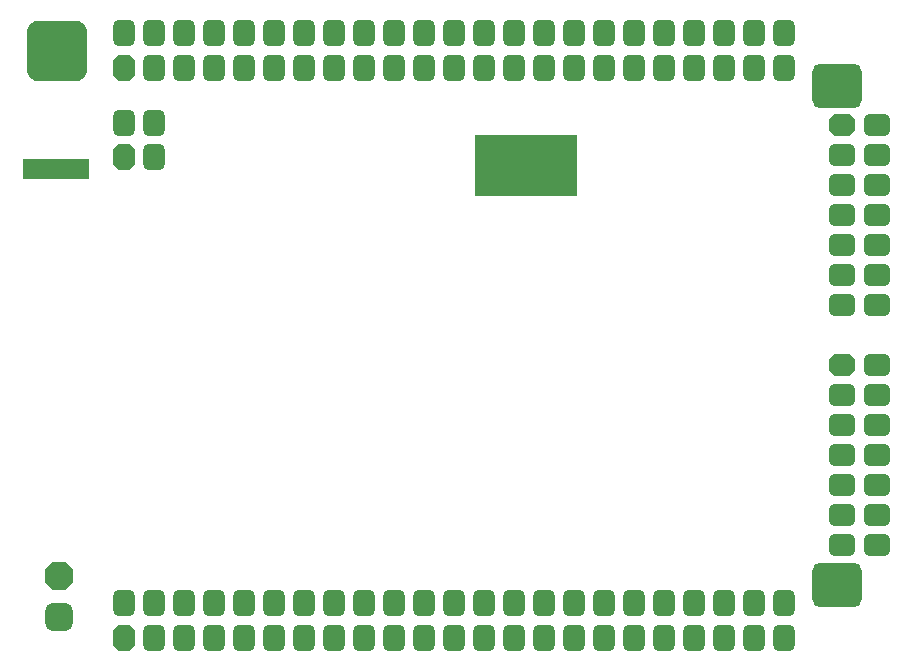
<source format=gbr>
%TF.GenerationSoftware,Altium Limited,Altium Designer,20.2.6 (244)*%
G04 Layer_Color=16711935*
%FSLAX45Y45*%
%MOMM*%
%TF.SameCoordinates,1A285BE7-DF3D-4214-9C7A-F78C9B27F18F*%
%TF.FilePolarity,Negative*%
%TF.FileFunction,Soldermask,Bot*%
%TF.Part,Single*%
G01*
G75*
%TA.AperFunction,NonConductor*%
%ADD160R,5.70000X1.80000*%
%TA.AperFunction,ComponentPad*%
G04:AMPARAMS|DCode=161|XSize=1.85mm|YSize=2.25mm|CornerRadius=0.5mm|HoleSize=0mm|Usage=FLASHONLY|Rotation=0.000|XOffset=0mm|YOffset=0mm|HoleType=Round|Shape=RoundedRectangle|*
%AMROUNDEDRECTD161*
21,1,1.85000,1.25001,0,0,0.0*
21,1,0.85000,2.25000,0,0,0.0*
1,1,1.00000,0.42500,-0.62500*
1,1,1.00000,-0.42500,-0.62500*
1,1,1.00000,-0.42500,0.62500*
1,1,1.00000,0.42500,0.62500*
%
%ADD161ROUNDEDRECTD161*%
G04:AMPARAMS|DCode=162|XSize=1.85mm|YSize=2.25mm|CornerRadius=0mm|HoleSize=0mm|Usage=FLASHONLY|Rotation=0.000|XOffset=0mm|YOffset=0mm|HoleType=Round|Shape=Octagon|*
%AMOCTAGOND162*
4,1,8,-0.46250,1.12500,0.46250,1.12500,0.92500,0.66250,0.92500,-0.66250,0.46250,-1.12500,-0.46250,-1.12500,-0.92500,-0.66250,-0.92500,0.66250,-0.46250,1.12500,0.0*
%
%ADD162OCTAGOND162*%

G04:AMPARAMS|DCode=163|XSize=1.85mm|YSize=2.25mm|CornerRadius=0.5mm|HoleSize=0mm|Usage=FLASHONLY|Rotation=270.000|XOffset=0mm|YOffset=0mm|HoleType=Round|Shape=RoundedRectangle|*
%AMROUNDEDRECTD163*
21,1,1.85000,1.25001,0,0,270.0*
21,1,0.85000,2.25000,0,0,270.0*
1,1,1.00000,-0.62500,-0.42500*
1,1,1.00000,-0.62500,0.42500*
1,1,1.00000,0.62500,0.42500*
1,1,1.00000,0.62500,-0.42500*
%
%ADD163ROUNDEDRECTD163*%
G04:AMPARAMS|DCode=164|XSize=1.85mm|YSize=2.25mm|CornerRadius=0mm|HoleSize=0mm|Usage=FLASHONLY|Rotation=270.000|XOffset=0mm|YOffset=0mm|HoleType=Round|Shape=Octagon|*
%AMOCTAGOND164*
4,1,8,1.12500,0.46250,1.12500,-0.46250,0.66250,-0.92500,-0.66250,-0.92500,-1.12500,-0.46250,-1.12500,0.46250,-0.66250,0.92500,0.66250,0.92500,1.12500,0.46250,0.0*
%
%ADD164OCTAGOND164*%

G04:AMPARAMS|DCode=165|XSize=4.15mm|YSize=3.75mm|CornerRadius=0.615mm|HoleSize=0mm|Usage=FLASHONLY|Rotation=0.000|XOffset=0mm|YOffset=0mm|HoleType=Round|Shape=RoundedRectangle|*
%AMROUNDEDRECTD165*
21,1,4.15000,2.52000,0,0,0.0*
21,1,2.92000,3.75000,0,0,0.0*
1,1,1.23000,1.46000,-1.26000*
1,1,1.23000,-1.46000,-1.26000*
1,1,1.23000,-1.46000,1.26000*
1,1,1.23000,1.46000,1.26000*
%
%ADD165ROUNDEDRECTD165*%
G04:AMPARAMS|DCode=166|XSize=5.15mm|YSize=5.15mm|CornerRadius=1.075mm|HoleSize=0mm|Usage=FLASHONLY|Rotation=0.000|XOffset=0mm|YOffset=0mm|HoleType=Round|Shape=RoundedRectangle|*
%AMROUNDEDRECTD166*
21,1,5.15000,3.00000,0,0,0.0*
21,1,3.00000,5.15000,0,0,0.0*
1,1,2.15000,1.50000,-1.50000*
1,1,2.15000,-1.50000,-1.50000*
1,1,2.15000,-1.50000,1.50000*
1,1,2.15000,1.50000,1.50000*
%
%ADD166ROUNDEDRECTD166*%
G04:AMPARAMS|DCode=167|XSize=2.35mm|YSize=2.35mm|CornerRadius=0mm|HoleSize=0mm|Usage=FLASHONLY|Rotation=270.000|XOffset=0mm|YOffset=0mm|HoleType=Round|Shape=Octagon|*
%AMOCTAGOND167*
4,1,8,-0.58750,-1.17500,0.58750,-1.17500,1.17500,-0.58750,1.17500,0.58750,0.58750,1.17500,-0.58750,1.17500,-1.17500,0.58750,-1.17500,-0.58750,-0.58750,-1.17500,0.0*
%
%ADD167OCTAGOND167*%

G04:AMPARAMS|DCode=168|XSize=2.35mm|YSize=2.35mm|CornerRadius=0.625mm|HoleSize=0mm|Usage=FLASHONLY|Rotation=270.000|XOffset=0mm|YOffset=0mm|HoleType=Round|Shape=RoundedRectangle|*
%AMROUNDEDRECTD168*
21,1,2.35000,1.10000,0,0,270.0*
21,1,1.10000,2.35000,0,0,270.0*
1,1,1.25001,-0.55000,-0.55000*
1,1,1.25001,-0.55000,0.55000*
1,1,1.25001,0.55000,0.55000*
1,1,1.25001,0.55000,-0.55000*
%
%ADD168ROUNDEDRECTD168*%
G36*
X5859999Y3914996D02*
X4999999Y3914996D01*
X5000000Y4425853D01*
X5860000Y4425853D01*
X5859999Y3914996D01*
D02*
G37*
D160*
X1455000Y4140000D02*
D03*
D161*
X7620000Y464500D02*
D03*
X7366000D02*
D03*
X7112000D02*
D03*
X6858000D02*
D03*
X6604000D02*
D03*
X6350000D02*
D03*
X6096000D02*
D03*
X5842000D02*
D03*
X5588000D02*
D03*
X5334000D02*
D03*
X5080000D02*
D03*
X4826000D02*
D03*
X4572000D02*
D03*
X4318000D02*
D03*
X4064000D02*
D03*
X3810000D02*
D03*
X3556000D02*
D03*
X3302000D02*
D03*
X3048000D02*
D03*
X2794000D02*
D03*
X2540000D02*
D03*
X2286000D02*
D03*
X2032000D02*
D03*
X7620000Y170500D02*
D03*
X7366000D02*
D03*
X7112000D02*
D03*
X6858000D02*
D03*
X6604000D02*
D03*
X6350000D02*
D03*
X6096000D02*
D03*
X5842000D02*
D03*
X5588000D02*
D03*
X5334000D02*
D03*
X5080000D02*
D03*
X4826000D02*
D03*
X4572000D02*
D03*
X4318000D02*
D03*
X4064000D02*
D03*
X3810000D02*
D03*
X3556000D02*
D03*
X3302000D02*
D03*
X3048000D02*
D03*
X2794000D02*
D03*
X2540000D02*
D03*
X2286000D02*
D03*
X7620000Y5290500D02*
D03*
X7366000D02*
D03*
X7112000D02*
D03*
X6858000D02*
D03*
X6604000D02*
D03*
X6350000D02*
D03*
X6096000D02*
D03*
X5842000D02*
D03*
X5588000D02*
D03*
X5334000D02*
D03*
X5080000D02*
D03*
X4826000D02*
D03*
X4572000D02*
D03*
X4318000D02*
D03*
X4064000D02*
D03*
X3810000D02*
D03*
X3556000D02*
D03*
X3302000D02*
D03*
X3048000D02*
D03*
X2794000D02*
D03*
X2540000D02*
D03*
X2286000D02*
D03*
X2032000D02*
D03*
X7620000Y4996500D02*
D03*
X7366000D02*
D03*
X7112000D02*
D03*
X6858000D02*
D03*
X6604000D02*
D03*
X6350000D02*
D03*
X6096000D02*
D03*
X5842000D02*
D03*
X5588000D02*
D03*
X5334000D02*
D03*
X5080000D02*
D03*
X4826000D02*
D03*
X4572000D02*
D03*
X4318000D02*
D03*
X4064000D02*
D03*
X3810000D02*
D03*
X3556000D02*
D03*
X3302000D02*
D03*
X3048000D02*
D03*
X2794000D02*
D03*
X2540000D02*
D03*
X2286000D02*
D03*
Y4238400D02*
D03*
Y4532400D02*
D03*
X2032000D02*
D03*
D162*
Y170500D02*
D03*
Y4996500D02*
D03*
Y4238400D02*
D03*
D163*
X8402000Y952800D02*
D03*
Y1206800D02*
D03*
Y1460800D02*
D03*
Y1714800D02*
D03*
Y1968800D02*
D03*
Y2222800D02*
D03*
Y2476800D02*
D03*
X8108000Y952800D02*
D03*
Y1206800D02*
D03*
Y1460800D02*
D03*
Y1714800D02*
D03*
Y1968800D02*
D03*
Y2222800D02*
D03*
X8402000Y2984800D02*
D03*
Y3238800D02*
D03*
Y3492800D02*
D03*
Y3746800D02*
D03*
Y4000800D02*
D03*
Y4254800D02*
D03*
Y4508800D02*
D03*
X8108000Y2984800D02*
D03*
Y3238800D02*
D03*
Y3492800D02*
D03*
Y3746800D02*
D03*
Y4000800D02*
D03*
Y4254800D02*
D03*
D164*
Y2476800D02*
D03*
Y4508800D02*
D03*
D165*
X8064500Y615000D02*
D03*
Y4846000D02*
D03*
D166*
X1460500Y5143500D02*
D03*
D167*
X1480000Y695000D02*
D03*
D168*
Y345000D02*
D03*
%TF.MD5,9b36efd198c776fe6479afad02c11c39*%
M02*

</source>
